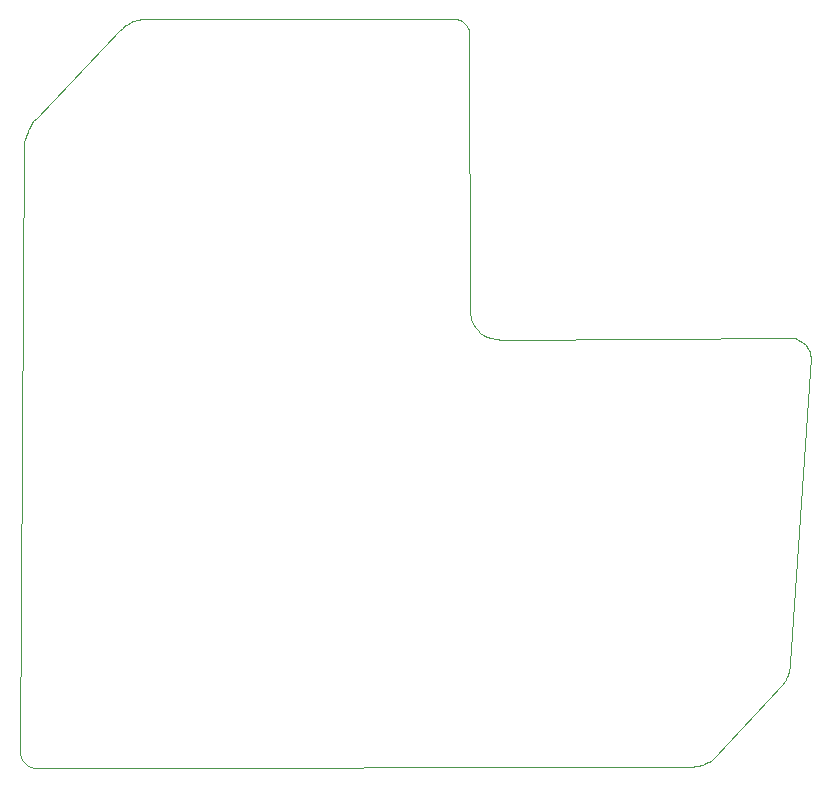
<source format=gbr>
G04 #@! TF.FileFunction,Profile,NP*
%FSLAX46Y46*%
G04 Gerber Fmt 4.6, Leading zero omitted, Abs format (unit mm)*
G04 Created by KiCad (PCBNEW 4.0.7+dfsg1-1) date Wed Feb 21 11:45:41 2018*
%MOMM*%
%LPD*%
G01*
G04 APERTURE LIST*
%ADD10C,1.000000*%
%ADD11C,0.100000*%
G04 APERTURE END LIST*
D10*
D11*
X64985272Y7850619D02*
X65032404Y7976691D01*
X1221483Y54884109D02*
X1130000Y54760000D01*
X1313969Y54990964D02*
X1221483Y54884109D01*
X8502025Y62516841D02*
X1313969Y54990964D01*
X8600822Y62615075D02*
X8502025Y62516841D01*
X37481558Y63193165D02*
X37435266Y63226428D01*
X37526760Y63157570D02*
X37481558Y63193165D01*
X37570768Y63119788D02*
X37526760Y63157570D01*
X575203Y53687979D02*
X516394Y53545783D01*
X640493Y53839577D02*
X575203Y53687979D01*
X711581Y53997243D02*
X640493Y53839577D01*
X787782Y54157648D02*
X711581Y53997243D01*
X66860246Y35248732D02*
X66802134Y35389914D01*
X66901052Y35105756D02*
X66860246Y35248732D01*
X37613482Y63079963D02*
X37570768Y63119788D01*
X37654793Y63038241D02*
X37613482Y63079963D01*
X37694601Y62994766D02*
X37654793Y63038241D01*
X40798933Y36275118D02*
X40317841Y36303158D01*
X65328166Y36428150D02*
X40798933Y36275118D01*
X481510Y338518D02*
X572301Y266397D01*
X57474578Y212667D02*
X57632084Y253362D01*
X39217432Y36672249D02*
X38951693Y36865296D01*
X39531059Y36509215D02*
X39217432Y36672249D01*
X37732801Y62949684D02*
X37694601Y62994766D01*
X37769291Y62903138D02*
X37732801Y62949684D01*
X37803966Y62855275D02*
X37769291Y62903138D01*
X1175000Y44435D02*
X56520190Y103561D01*
X64597857Y7152760D02*
X64674753Y7260228D01*
X57787216Y300978D02*
X57939248Y355694D01*
X969687Y71621D02*
X1072620Y51345D01*
X66307082Y36019324D02*
X66178202Y36119977D01*
X66428107Y35908371D02*
X66307082Y36019324D01*
X56676746Y106576D02*
X56835272Y115417D01*
X38042503Y62179022D02*
X38040840Y62230837D01*
X38054564Y38826867D02*
X38042503Y62179022D01*
X38055360Y38798177D02*
X38054564Y38826867D01*
X64933112Y7726715D02*
X64985272Y7850619D01*
X396118Y417997D02*
X481510Y338518D01*
X66728288Y35527889D02*
X66640285Y35661235D01*
X66802134Y35389914D02*
X66728288Y35527889D01*
X58855776Y952971D02*
X64429520Y6951383D01*
X572301Y266397D02*
X667513Y202654D01*
X64429520Y6951383D02*
X64516108Y7049683D01*
X65111481Y8233847D02*
X65143372Y8364188D01*
X58745790Y843360D02*
X58855776Y952971D01*
X867196Y104264D02*
X969687Y71621D01*
X58627566Y742197D02*
X58745790Y843360D01*
X317122Y503840D02*
X396118Y417997D01*
X64813824Y7486901D02*
X64875955Y7605353D01*
X33159Y1096650D02*
X52902Y993596D01*
X57315417Y178707D02*
X57474578Y212667D01*
X64875955Y7605353D02*
X64933112Y7726715D01*
X65143372Y8364188D02*
X65170131Y8495204D01*
X56835272Y115417D02*
X56995041Y130264D01*
X667513Y202654D02*
X766143Y148275D01*
X58501896Y649231D02*
X58627566Y742197D01*
X58369505Y564282D02*
X58501896Y649231D01*
X245517Y595052D02*
X317122Y503840D01*
X39896540Y36383688D02*
X39531059Y36509215D01*
X40317841Y36303158D02*
X39896540Y36383688D01*
X56995041Y130264D02*
X57155332Y151300D01*
X65471101Y36419086D02*
X65328166Y36428150D01*
X65615629Y36391212D02*
X65471101Y36419086D01*
X57632084Y253362D02*
X57787216Y300978D01*
X9697349Y63273868D02*
X9562419Y63224200D01*
X9834069Y63316681D02*
X9697349Y63273868D01*
X9972133Y63352346D02*
X9834069Y63316681D01*
X10111098Y63380572D02*
X9972133Y63352346D01*
X65191727Y8626527D02*
X65208137Y8757780D01*
X38060412Y38717075D02*
X38055360Y38798177D01*
X38073682Y38591064D02*
X38060412Y38717075D01*
X38099135Y38427636D02*
X38073682Y38591064D01*
X65074482Y8104557D02*
X65111481Y8233847D01*
X66043041Y36208910D02*
X65903176Y36284706D01*
X66178202Y36119977D02*
X66043041Y36208910D01*
X37339829Y63285379D02*
X37290890Y63310777D01*
X37387989Y63257215D02*
X37339829Y63285379D01*
X37435266Y63226428D02*
X37387989Y63257215D01*
X52902Y993596D02*
X85003Y890906D01*
X9172822Y63036979D02*
X9049503Y62962807D01*
X9299712Y63105463D02*
X9172822Y63036979D01*
X9429726Y63167967D02*
X9299712Y63105463D01*
X9562419Y63224200D02*
X9429726Y63167967D01*
X8705413Y62709081D02*
X8600822Y62615075D01*
X8815353Y62798566D02*
X8705413Y62709081D01*
X8930198Y62883238D02*
X8815353Y62798566D01*
X9049503Y62962807D02*
X8930198Y62883238D01*
X66539698Y35788536D02*
X66428107Y35908371D01*
X66640285Y35661235D02*
X66539698Y35788536D01*
X10250518Y63401067D02*
X10111098Y63380572D01*
X10389949Y63413538D02*
X10250518Y63401067D01*
X10528945Y63417695D02*
X10389949Y63413538D01*
X36935205Y63398927D02*
X10528945Y63417695D01*
X58231116Y487163D02*
X58369505Y564282D01*
X65219332Y8888596D02*
X66924437Y34820104D01*
X38028136Y62336018D02*
X38017302Y62389095D01*
X38036017Y62283217D02*
X38028136Y62336018D01*
X38040840Y62230837D02*
X38036017Y62283217D01*
X1072620Y51345D02*
X1175000Y44435D01*
X37836723Y62806238D02*
X37803966Y62855275D01*
X37867458Y62756173D02*
X37836723Y62806238D01*
X37896069Y62705225D02*
X37867458Y62756173D01*
X65208137Y8757780D02*
X65219332Y8888596D01*
X66922974Y34962407D02*
X66901052Y35105756D01*
X66924437Y34820104D02*
X66922974Y34962407D01*
X64516108Y7049683D02*
X64597857Y7152760D01*
X56520190Y103561D02*
X56676746Y106576D01*
X57155332Y151300D02*
X57315417Y178707D01*
X65032404Y7976691D02*
X65074482Y8104557D01*
X385714Y53208928D02*
X359687Y53137662D01*
X420965Y53302927D02*
X385714Y53208928D01*
X464752Y53416320D02*
X420965Y53302927D01*
X516394Y53545783D02*
X464752Y53416320D01*
X58087455Y417696D02*
X58231116Y487163D01*
X57939248Y355694D02*
X58087455Y417696D01*
X37191089Y63352693D02*
X37140435Y63368921D01*
X37241275Y63333263D02*
X37191089Y63352693D01*
X37290890Y63310777D02*
X37241275Y63333263D01*
X37922450Y62653538D02*
X37896069Y62705225D01*
X37946500Y62601258D02*
X37922450Y62653538D01*
X37968112Y62548528D02*
X37946500Y62601258D01*
X343568Y53092458D02*
X338045Y53076652D01*
X359687Y53137662D02*
X343568Y53092458D01*
X64674753Y7260228D02*
X64746748Y7371736D01*
X37987186Y62495494D02*
X37968112Y62548528D01*
X38003617Y62442302D02*
X37987186Y62495494D01*
X38017302Y62389095D02*
X38003617Y62442302D01*
X65760180Y36345946D02*
X65615629Y36391212D01*
X65903176Y36284706D02*
X65760180Y36345946D01*
X38729875Y37080860D02*
X38548008Y37311458D01*
X38951693Y36865296D02*
X38729875Y37080860D01*
X38140740Y38234281D02*
X38099135Y38427636D01*
X38202462Y38018495D02*
X38140740Y38234281D01*
X38288270Y37787766D02*
X38202462Y38018495D01*
X26762Y1199071D02*
X33159Y1096650D01*
X64746748Y7371736D02*
X64813824Y7486901D01*
X766143Y148275D02*
X867196Y104264D01*
X38402130Y37549589D02*
X38288270Y37787766D01*
X38548008Y37311458D02*
X38402130Y37549589D01*
X182302Y690634D02*
X245517Y595052D01*
X128467Y789586D02*
X182302Y690634D01*
X338043Y53076650D02*
X26762Y1199071D01*
X85003Y890906D02*
X128467Y789586D01*
X65170131Y8495204D02*
X65191727Y8626527D01*
X36986696Y63396952D02*
X36935205Y63398927D01*
X37038135Y63391196D02*
X36986696Y63396952D01*
X37089415Y63381805D02*
X37038135Y63391196D01*
X37140435Y63368921D02*
X37089415Y63381805D01*
X868409Y54317459D02*
X787782Y54157648D01*
X952779Y54473342D02*
X868409Y54317459D01*
X1040204Y54621966D02*
X952779Y54473342D01*
X1130000Y54760000D02*
X1040204Y54621966D01*
M02*

</source>
